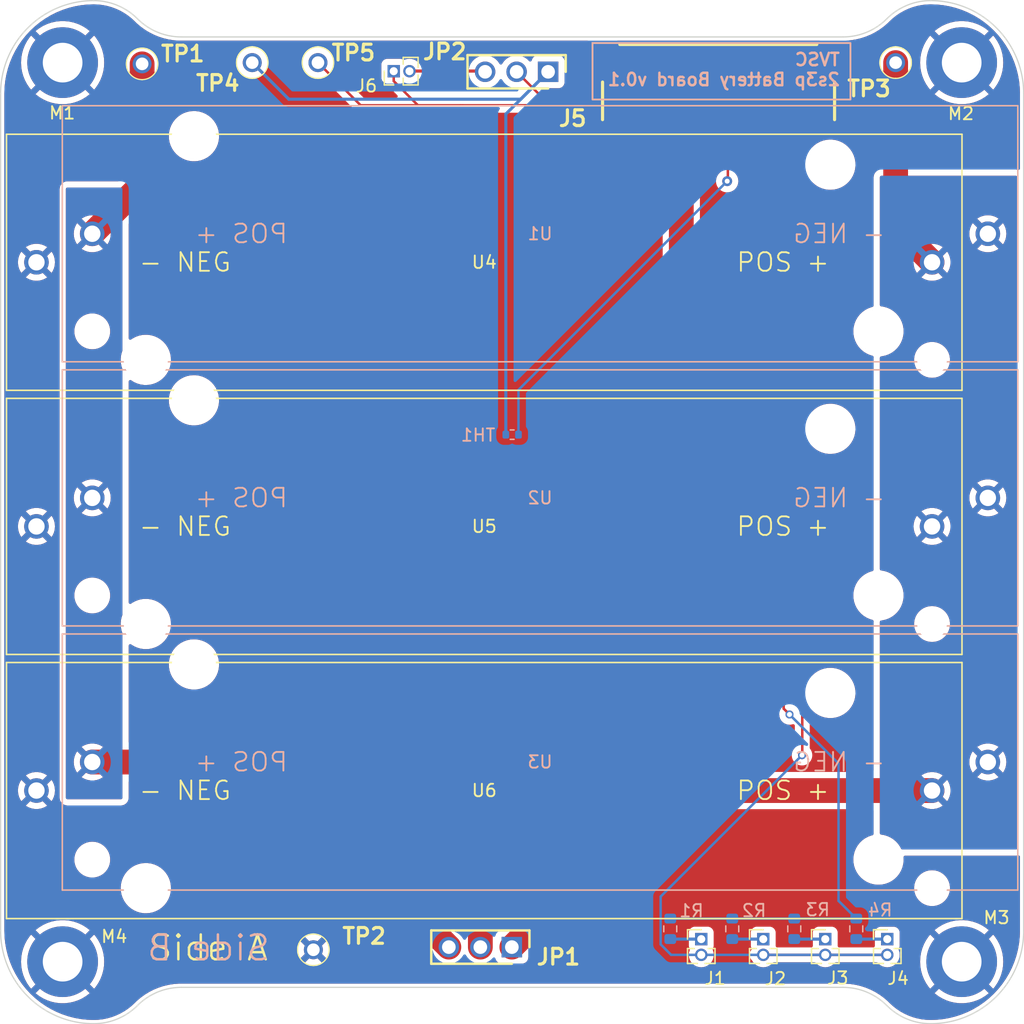
<source format=kicad_pcb>
(kicad_pcb (version 20221018) (generator pcbnew)
  (layers (0 "F.Cu" signal) (31 "B.Cu" signal) (34 "B.Paste" user) (35 "F.Paste" user) (36 "B.SilkS" user "B.Silkscreen") (37 "F.SilkS" user "F.Silkscreen") (38 "B.Mask" user) (39 "F.Mask" user) (44 "Edge.Cuts" user))
  (property "PCB_VERSION" "0.1")
  (net 0 "")
  (net 1 "BATTERY_ID_+")
  (net 2 "BATTERY_-")
  (net 3 "/BATTERY_+_OUTPUT")
  (net 5 "THERMISTOR_-")
  (net 6 "THERMISTOR_+")
  (net 8 "BATTERY_ID_-")
  (net 9 "BATTERY_+")
  (net 10 "BATTERY_MID")
  (net 11 "/THERMISTOR_REAL_+")
  (net 12 "/2S_1.5MHz_SEL")
  (net 13 "/2S_750kHz_SEL")
  (net 14 "/1S_1.5MHz_SEL")
  (net 15 "/1S_750kHz_SEL")
  (net 16 "Net-(J6-Pin_2)")
  (footprint "MountingHole:MountingHole_3.2mm_M3_ISO7380_Pad_TopBottom" (layer "F.Cu") (at 105 127.5)
    (fp_text reference "M4" (at 4.16 -2.03) (layer "F.SilkS"))
    (fp_text value "~")
    (pad "1" thru_hole circle (at 0 0) (size 3.6 3.6) (drill 3.2) (layers "*.Cu" "*.Mask") (net 2 "BATTERY_-"))
    (pad "1" connect circle (at 0 0) (size 5.7 5.7) (layers "F.Cu" "F.Mask") (net 2 "BATTERY_-"))
    (pad "1" connect circle (at 0 0) (size 5.7 5.7) (layers "B.Cu" "B.Mask") (net 2 "BATTERY_-"))
  )
  (footprint "MountingHole:MountingHole_3.2mm_M3_ISO7380_Pad_TopBottom" (layer "F.Cu") (at 177.5 55)
    (fp_text reference "M2" (at -0.06 4.11) (layer "F.SilkS"))
    (fp_text value "~")
    (pad "1" thru_hole circle (at 0 0) (size 3.6 3.6) (drill 3.2) (layers "*.Cu" "*.Mask") (net 2 "BATTERY_-"))
    (pad "1" connect circle (at 0 0) (size 5.7 5.7) (layers "F.Cu" "F.Mask") (net 2 "BATTERY_-"))
    (pad "1" connect circle (at 0 0) (size 5.7 5.7) (layers "B.Cu" "B.Mask") (net 2 "BATTERY_-"))
  )
  (footprint "footprints:Keystone_5002" (layer "F.Cu") (at 125.59 55 -90)
    (fp_text reference "TP5" (at -0.79 -2.86) (layer "F.SilkS") (effects (font (size 1.27 1.27) (thickness 0.254))))
    (fp_text value "White" hide)
    (fp_line (start -1.27 0) (end -1.27 0) (stroke (width 0.1)) (layer "F.SilkS"))
    (fp_line (start 1.27 0) (end 1.27 0) (stroke (width 0.1)) (layer "F.SilkS"))
    (fp_arc (start -1.27 0) (mid 0 -1.27) (end 1.27 0) (stroke (width 0.1)) (layer "F.SilkS"))
    (fp_arc (start 1.27 0) (mid 0 1.27) (end -1.27 0) (stroke (width 0.1)) (layer "F.SilkS"))
    (pad "1" thru_hole circle (at 0 0 270) (size 1.53 1.53) (drill 1.02) (layers "*.Cu" "*.Mask") (net 5 "THERMISTOR_-"))
  )
  (footprint "footprints:Keystone_5002" (layer "F.Cu") (at 120.29 55 -90)
    (fp_text reference "TP4" (at 1.66 2.78) (layer "F.SilkS") (effects (font (size 1.27 1.27) (thickness 0.254))))
    (fp_text value "White" hide)
    (fp_line (start -1.27 0) (end -1.27 0) (stroke (width 0.1)) (layer "F.SilkS"))
    (fp_line (start 1.27 0) (end 1.27 0) (stroke (width 0.1)) (layer "F.SilkS"))
    (fp_arc (start -1.27 0) (mid 0 -1.27) (end 1.27 0) (stroke (width 0.1)) (layer "F.SilkS"))
    (fp_arc (start 1.27 0) (mid 0 1.27) (end -1.27 0) (stroke (width 0.1)) (layer "F.SilkS"))
    (pad "1" thru_hole circle (at 0 0 270) (size 1.53 1.53) (drill 1.02) (layers "*.Cu" "*.Mask") (net 11 "/THERMISTOR_REAL_+"))
  )
  (footprint "footprints:Keystone_5000" (layer "F.Cu") (at 125.22 126.54 90)
    (fp_text reference "TP2" (at 1.1 4.09 180) (layer "F.SilkS") (effects (font (size 1.27 1.27) (thickness 0.254))))
    (fp_text value "Black" hide)
    (fp_line (start -1.27 0) (end -1.27 0) (stroke (width 0.1)) (layer "F.SilkS"))
    (fp_line (start 1.27 0) (end 1.27 0) (stroke (width 0.1)) (layer "F.SilkS"))
    (fp_arc (start -1.27 0) (mid 0 -1.27) (end 1.27 0) (stroke (width 0.1)) (layer "F.SilkS"))
    (fp_arc (start 1.27 0) (mid 0 1.27) (end -1.27 0) (stroke (width 0.1)) (layer "F.SilkS"))
    (pad "1" thru_hole circle (at 0 0 90) (size 1.53 1.53) (drill 1.02) (layers "*.Cu" "*.Mask") (net 2 "BATTERY_-"))
  )
  (footprint "footprints:BAT_1043" (layer "F.Cu") (at 139 113.7)
    (fp_text reference "U6" (at 0 0) (layer "F.SilkS"))
    (fp_text value "1043")
    (fp_text user "- NEG" (at -27.94 0 unlocked) (layer "F.SilkS") (effects (font (size 1.5 1.5)) (justify left)))
    (fp_text user "POS +" (at 27.94 0 unlocked) (layer "F.SilkS") (effects (font (size 1.5 1.5)) (justify right)))
    (fp_line (start -38.525 -10.325) (end -38.525 10.325) (stroke (width 0.127)) (layer "F.SilkS"))
    (fp_line (start -38.525 10.325) (end 38.525 10.325) (stroke (width 0.127)) (layer "F.SilkS"))
    (fp_line (start 38.525 -10.325) (end -38.525 -10.325) (stroke (width 0.127)) (layer "F.SilkS"))
    (fp_line (start 38.525 10.325) (end 38.525 -10.325) (stroke (width 0.127)) (layer "F.SilkS"))
    (pad "" np_thru_hole circle (at -27.29 7.87) (size 3.55 3.55) (drill 3.55) (layers "*.Cu" "*.Mask"))
    (pad "" np_thru_hole circle (at 27.91 -7.87) (size 3.55 3.55) (drill 3.55) (layers "*.Cu" "*.Mask"))
    (pad "" np_thru_hole circle (at 36.11 7.87) (size 2.39 2.39) (drill 2.39) (layers "*.Cu" "*.Mask"))
    (pad "N" thru_hole circle (at -36.11 0) (size 1.98 1.98) (drill 1.32) (layers "*.Cu" "*.Mask") (net 2 "BATTERY_-"))
    (pad "P" thru_hole circle (at 36.11 0) (size 1.98 1.98) (drill 1.32) (layers "*.Cu" "*.Mask") (net 10 "BATTERY_MID"))
  )
  (footprint "MountingHole:MountingHole_3.2mm_M3_ISO7380_Pad_TopBottom" (layer "F.Cu") (at 177.5 127.5)
    (fp_text reference "M3" (at 2.81 -3.55) (layer "F.SilkS"))
    (fp_text value "~")
    (pad "1" thru_hole circle (at 0 0) (size 3.6 3.6) (drill 3.2) (layers "*.Cu" "*.Mask") (net 2 "BATTERY_-"))
    (pad "1" connect circle (at 0 0) (size 5.7 5.7) (layers "F.Cu" "F.Mask") (net 2 "BATTERY_-"))
    (pad "1" connect circle (at 0 0) (size 5.7 5.7) (layers "B.Cu" "B.Mask") (net 2 "BATTERY_-"))
  )
  (footprint "footprints:Keystone_5002" (layer "F.Cu") (at 172.175 55 -90)
    (fp_text reference "TP3" (at 2.1 2.145 -180) (layer "F.SilkS") (effects (font (size 1.27 1.27) (thickness 0.254))))
    (fp_text value "White" hide)
    (fp_line (start -1.27 0) (end -1.27 0) (stroke (width 0.1)) (layer "F.SilkS"))
    (fp_line (start 1.27 0) (end 1.27 0) (stroke (width 0.1)) (layer "F.SilkS"))
    (fp_arc (start -1.27 0) (mid 0 -1.27) (end 1.27 0) (stroke (width 0.1)) (layer "F.SilkS"))
    (fp_arc (start 1.27 0) (mid 0 1.27) (end -1.27 0) (stroke (width 0.1)) (layer "F.SilkS"))
    (pad "1" thru_hole circle (at 0 0 270) (size 1.53 1.53) (drill 1.02) (layers "*.Cu" "*.Mask") (net 10 "BATTERY_MID"))
  )
  (footprint "Connector_PinHeader_1.27mm:PinHeader_1x02_P1.27mm_Vertical" (layer "F.Cu") (at 171.5 125.68)
    (fp_text reference "J4" (at 0.87 3.17) (layer "F.SilkS"))
    (fp_text value "2-pin Header" hide)
    (fp_line (start -1.11 -0.76) (end 0 -0.76) (stroke (width 0.12)) (layer "F.SilkS"))
    (fp_line (start -1.11 0) (end -1.11 -0.76) (stroke (width 0.12)) (layer "F.SilkS"))
    (fp_line (start -1.11 0.76) (end -1.11 1.965) (stroke (width 0.12)) (layer "F.SilkS"))
    (fp_line (start -1.11 0.76) (end -0.563471 0.76) (stroke (width 0.12)) (layer "F.SilkS"))
    (fp_line (start -1.11 1.965) (end -0.30753 1.965) (stroke (width 0.12)) (layer "F.SilkS"))
    (fp_line (start 0.30753 1.965) (end 1.11 1.965) (stroke (width 0.12)) (layer "F.SilkS"))
    (fp_line (start 0.563471 0.76) (end 1.11 0.76) (stroke (width 0.12)) (layer "F.SilkS"))
    (fp_line (start 1.11 0.76) (end 1.11 1.965) (stroke (width 0.12)) (layer "F.SilkS"))
    (pad "1" thru_hole rect (at 0 0) (size 1 1) (drill 0.65) (layers "*.Cu" "*.Mask") (net 15 "/1S_750kHz_SEL"))
    (pad "2" thru_hole oval (at 0 1.27) (size 1 1) (drill 0.65) (layers "*.Cu" "*.Mask") (net 1 "BATTERY_ID_+"))
  )
  (footprint "footprints:HDRV3W64P0X254_1X3_762X254X869P" (layer "F.Cu") (at 144.15 55.74 180)
    (fp_text reference "JP2" (at 8.34 1.62 180) (layer "F.SilkS") (effects (font (size 1.27 1.27) (thickness 0.254))))
    (fp_text value "Conn_01x03" hide)
    (fp_line (start -1.42 0) (end -1.42 1.345) (stroke (width 0.2)) (layer "F.SilkS"))
    (fp_line (start -1.42 1.345) (end 6.5 1.345) (stroke (width 0.2)) (layer "F.SilkS"))
    (fp_line (start 6.5 -1.345) (end 0 -1.345) (stroke (width 0.2)) (layer "F.SilkS"))
    (fp_line (start 6.5 1.345) (end 6.5 -1.345) (stroke (width 0.2)) (layer "F.SilkS"))
    (pad "1" thru_hole rect (at 0 0 180) (size 1.65 1.65) (drill 1.1) (layers "*.Cu" "*.Mask") (net 11 "/THERMISTOR_REAL_+"))
    (pad "2" thru_hole circle (at 2.54 0 180) (size 1.65 1.65) (drill 1.1) (layers "*.Cu" "*.Mask") (net 6 "THERMISTOR_+"))
    (pad "3" thru_hole circle (at 5.08 0 180) (size 1.65 1.65) (drill 1.1) (layers "*.Cu" "*.Mask") (net 16 "Net-(J6-Pin_2)"))
  )
  (footprint "footprints:BAT_1043" (layer "F.Cu") (at 139 92.4)
    (fp_text reference "U5" (at 0 0) (layer "F.SilkS"))
    (fp_text value "1043")
    (fp_text user "- NEG" (at -27.94 0 unlocked) (layer "F.SilkS") (effects (font (size 1.5 1.5)) (justify left)))
    (fp_text user "POS +" (at 27.94 0 unlocked) (layer "F.SilkS") (effects (font (size 1.5 1.5)) (justify right)))
    (fp_line (start -38.525 -10.325) (end -38.525 10.325) (stroke (width 0.127)) (layer "F.SilkS"))
    (fp_line (start -38.525 10.325) (end 38.525 10.325) (stroke (width 0.127)) (layer "F.SilkS"))
    (fp_line (start 38.525 -10.325) (end -38.525 -10.325) (stroke (width 0.127)) (layer "F.SilkS"))
    (fp_line (start 38.525 10.325) (end 38.525 -10.325) (stroke (width 0.127)) (layer "F.SilkS"))
    (pad "" np_thru_hole circle (at -27.29 7.87) (size 3.55 3.55) (drill 3.55) (layers "*.Cu" "*.Mask"))
    (pad "" np_thru_hole circle (at 27.91 -7.87) (size 3.55 3.55) (drill 3.55) (layers "*.Cu" "*.Mask"))
    (pad "" np_thru_hole circle (at 36.11 7.87) (size 2.39 2.39) (drill 2.39) (layers "*.Cu" "*.Mask"))
    (pad "N" thru_hole circle (at -36.11 0) (size 1.98 1.98) (drill 1.32) (layers "*.Cu" "*.Mask") (net 2 "BATTERY_-"))
    (pad "P" thru_hole circle (at 36.11 0) (size 1.98 1.98) (drill 1.32) (layers "*.Cu" "*.Mask") (net 10 "BATTERY_MID"))
  )
  (footprint "footprints:HDRV3W64P0X254_1X3_762X254X869P" (layer "F.Cu") (at 141.225 126.325 180)
    (fp_text reference "JP1" (at -3.755 -0.795 180) (layer "F.SilkS") (effects (font (size 1.27 1.27) (thickness 0.254))))
    (fp_text value "Conn_01x03" hide)
    (fp_line (start -1.42 0) (end -1.42 1.345) (stroke (width 0.2)) (layer "F.SilkS"))
    (fp_line (start -1.42 1.345) (end 6.5 1.345) (stroke (width 0.2)) (layer "F.SilkS"))
    (fp_line (start 6.5 -1.345) (end 0 -1.345) (stroke (width 0.2)) (layer "F.SilkS"))
    (fp_line (start 6.5 1.345) (end 6.5 -1.345) (stroke (width 0.2)) (layer "F.SilkS"))
    (pad "1" thru_hole rect (at 0 0 180) (size 1.65 1.65) (drill 1.1) (layers "*.Cu" "*.Mask") (net 10 "BATTERY_MID"))
    (pad "2" thru_hole circle (at 2.54 0 180) (size 1.65 1.65) (drill 1.1) (layers "*.Cu" "*.Mask") (net 3 "/BATTERY_+_OUTPUT"))
    (pad "3" thru_hole circle (at 5.08 0 180) (size 1.65 1.65) (drill 1.1) (layers "*.Cu" "*.Mask") (net 9 "BATTERY_+"))
  )
  (footprint "Connector_PinHeader_1.27mm:PinHeader_1x02_P1.27mm_Vertical" (layer "F.Cu") (at 161.5 125.68)
    (fp_text reference "J2" (at 0.98 3.19) (layer "F.SilkS"))
    (fp_text value "2-pin Header" hide)
    (fp_line (start -1.11 -0.76) (end 0 -0.76) (stroke (width 0.12)) (layer "F.SilkS"))
    (fp_line (start -1.11 0) (end -1.11 -0.76) (stroke (width 0.12)) (layer "F.SilkS"))
    (fp_line (start -1.11 0.76) (end -1.11 1.965) (stroke (width 0.12)) (layer "F.SilkS"))
    (fp_line (start -1.11 0.76) (end -0.563471 0.76) (stroke (width 0.12)) (layer "F.SilkS"))
    (fp_line (start -1.11 1.965) (end -0.30753 1.965) (stroke (width 0.12)) (layer "F.SilkS"))
    (fp_line (start 0.30753 1.965) (end 1.11 1.965) (stroke (width 0.12)) (layer "F.SilkS"))
    (fp_line (start 0.563471 0.76) (end 1.11 0.76) (stroke (width 0.12)) (layer "F.SilkS"))
    (fp_line (start 1.11 0.76) (end 1.11 1.965) (stroke (width 0.12)) (layer "F.SilkS"))
    (pad "1" thru_hole rect (at 0 0) (size 1 1) (drill 0.65) (layers "*.Cu" "*.Mask") (net 13 "/2S_750kHz_SEL"))
    (pad "2" thru_hole oval (at 0 1.27) (size 1 1) (drill 0.65) (layers "*.Cu" "*.Mask") (net 1 "BATTERY_ID_+"))
  )
  (footprint "Connector_PinHeader_1.27mm:PinHeader_1x02_P1.27mm_Vertical" (layer "F.Cu") (at 131.7 55.69 90)
    (fp_text reference "J6" (at -1.19 -2.2 180) (layer "F.SilkS"))
    (fp_text value "2-pin Header" hide)
    (fp_line (start -1.11 -0.76) (end 0 -0.76) (stroke (width 0.12)) (layer "F.SilkS"))
    (fp_line (start -1.11 0) (end -1.11 -0.76) (stroke (width 0.12)) (layer "F.SilkS"))
    (fp_line (start -1.11 0.76) (end -1.11 1.965) (stroke (width 0.12)) (layer "F.SilkS"))
    (fp_line (start -1.11 0.76) (end -0.563471 0.76) (stroke (width 0.12)) (layer "F.SilkS"))
    (fp_line (start -1.11 1.965) (end -0.30753 1.965) (stroke (width 0.12)) (layer "F.SilkS"))
    (fp_line (start 0.30753 1.965) (end 1.11 1.965) (stroke (width 0.12)) (layer "F.SilkS"))
    (fp_line (start 0.563471 0.76) (end 1.11 0.76) (stroke (width 0.12)) (layer "F.SilkS"))
    (fp_line (start 1.11 0.76) (end 1.11 1.965) (stroke (width 0.12)) (layer "F.SilkS"))
    (pad "1" thru_hole rect (at 0 0 90) (size 1 1) (drill 0.65) (layers "*.Cu" "*.Mask") (net 5 "THERMISTOR_-"))
    (pad "2" thru_hole oval (at 0 1.27 90) (size 1 1) (drill 0.65) (layers "*.Cu" "*.Mask") (net 16 "Net-(J6-Pin_2)"))
  )
  (footprint "footprints:504050-1091" (layer "F.Cu") (at 164.645 59.6)
    (fp_text reference "J5" (at -18.515 -0.1) (layer "F.SilkS") (effects (font (size 1.27 1.27) (thickness 0.254))))
    (fp_text value "504050-1091" hide)
    (fp_line (start -16.105 -3.032) (end -16.105 0) (stroke (width 0.254)) (layer "F.SilkS"))
    (fp_line (start -14.712 -6.063) (end 1.17 -6.063) (stroke (width 0.254)) (layer "F.SilkS"))
    (fp_line (start 2.605 -3.032) (end 2.605 0) (stroke (width 0.254)) (layer "F.SilkS"))
    (pad "1" smd rect (at -13.5 0) (size 0.6 1) (layers "F.Cu" "F.Paste" "F.Mask") (net 2 "BATTERY_-"))
    (pad "2" smd rect (at -12 0) (size 0.6 1) (layers "F.Cu" "F.Paste" "F.Mask") (net 2 "BATTERY_-"))
    (pad "3" smd rect (at -10.5 0) (size 0.6 1) (layers "F.Cu" "F.Paste" "F.Mask") (net 3 "/BATTERY_+_OUTPUT"))
    (pad "4" smd rect (at -9 0) (size 0.6 1) (layers "F.Cu" "F.Paste" "F.Mask") (net 3 "/BATTERY_+_OUTPUT"))
    (pad "5" smd rect (at -7.5 0) (size 0.6 1) (layers "F.Cu" "F.Paste" "F.Mask"))
    (pad "6" smd rect (at -6 0) (size 0.6 1) (layers "F.Cu" "F.Paste" "F.Mask") (net 5 "THERMISTOR_-"))
    (pad "7" smd rect (at -4.5 0) (size 0.6 1) (layers "F.Cu" "F.Paste" "F.Mask") (net 6 "THERMISTOR_+"))
    (pad "8" smd rect (at -3 0) (size 0.6 1) (layers "F.Cu" "F.Paste" "F.Mask"))
    (pad "9" smd rect (at -1.5 0) (size 0.6 1) (layers "F.Cu" "F.Paste" "F.Mask") (net 8 "BATTERY_ID_-"))
    (pad "10" smd rect (at 0 0) (size 0.6 1) (layers "F.Cu" "F.Paste" "F.Mask") (net 1 "BATTERY_ID_+"))
    (pad "11" smd rect (at 2.605 -5.19) (size 1.25 1.8) (layers "F.Cu" "F.Paste" "F.Mask") (net 2 "BATTERY_-"))
    (pad "12" smd rect (at -16.105 -5.19) (size 1.25 1.8) (layers "F.Cu" "F.Paste" "F.Mask") (net 2 "BATTERY_-"))
  )
  (footprint "Connector_PinHeader_1.27mm:PinHeader_1x02_P1.27mm_Vertical" (layer "F.Cu") (at 156.5 125.68)
    (fp_text reference "J1" (at 1.12 3.17) (layer "F.SilkS"))
    (fp_text value "2-pin Header" hide)
    (fp_line (start -1.11 -0.76) (end 0 -0.76) (stroke (width 0.12)) (layer "F.SilkS"))
    (fp_line (start -1.11 0) (end -1.11 -0.76) (stroke (width 0.12)) (layer "F.SilkS"))
    (fp_line (start -1.11 0.76) (end -1.11 1.965) (stroke (width 0.12)) (layer "F.SilkS"))
    (fp_line (start -1.11 0.76) (end -0.563471 0.76) (stroke (width 0.12)) (layer "F.SilkS"))
    (fp_line (start -1.11 1.965) (end -0.30753 1.965) (stroke (width 0.12)) (layer "F.SilkS"))
    (fp_line (start 0.30753 1.965) (end 1.11 1.965) (stroke (width 0.12)) (layer "F.SilkS"))
    (fp_line (start 0.563471 0.76) (end 1.11 0.76) (stroke (width 0.12)) (layer "F.SilkS"))
    (fp_line (start 1.11 0.76) (end 1.11 1.965) (stroke (width 0.12)) (layer "F.SilkS"))
    (pad "1" thru_hole rect (at 0 0) (size 1 1) (drill 0.65) (layers "*.Cu" "*.Mask") (net 12 "/2S_1.5MHz_SEL"))
    (pad "2" thru_hole oval (at 0 1.27) (size 1 1) (drill 0.65) (layers "*.Cu" "*.Mask") (net 1 "BATTERY_ID_+"))
  )
  (footprint "footprints:Keystone_5000" (layer "F.Cu") (at 111.41 55.1 -90)
    (fp_text reference "TP1" (at -0.81 -3.28) (layer "F.SilkS") (effects (font (size 1.27 1.27) (thickness 0.254))))
    (fp_text value "Red" hide)
    (fp_line (start -1.27 0) (end -1.27 0) (stroke (width 0.1)) (layer "F.SilkS"))
    (fp_line (start 1.27 0) (end 1.27 0) (stroke (width 0.1)) (layer "F.SilkS"))
    (fp_arc (start -1.27 0) (mid 0 -1.27) (end 1.27 0) (stroke (width 0.1)) (layer "F.SilkS"))
    (fp_arc (start 1.27 0) (mid 0 1.27) (end -1.27 0) (stroke (width 0.1)) (layer "F.SilkS"))
    (pad "1" thru_hole circle (at 0 0 270) (size 1.53 1.53) (drill 1.02) (layers "*.Cu" "*.Mask") (net 9 "BATTERY_+"))
  )
  (footprint "Connector_PinHeader_1.27mm:PinHeader_1x02_P1.27mm_Vertical" (layer "F.Cu") (at 166.5 125.68)
    (fp_text reference "J3" (at 1.01 3.14) (layer "F.SilkS"))
    (fp_text value "2-pin Header" hide)
    (fp_line (start -1.11 -0.76) (end 0 -0.76) (stroke (width 0.12)) (layer "F.SilkS"))
    (fp_line (start -1.11 0) (end -1.11 -0.76) (stroke (width 0.12)) (layer "F.SilkS"))
    (fp_line (start -1.11 0.76) (end -1.11 1.965) (stroke (width 0.12)) (layer "F.SilkS"))
    (fp_line (start -1.11 0.76) (end -0.563471 0.76) (stroke (width 0.12)) (layer "F.SilkS"))
    (fp_line (start -1.11 1.965) (end -0.30753 1.965) (stroke (width 0.12)) (layer "F.SilkS"))
    (fp_line (start 0.30753 1.965) (end 1.11 1.965) (stroke (width 0.12)) (layer "F.SilkS"))
    (fp_line (start 0.563471 0.76) (end 1.11 0.76) (stroke (width 0.12)) (layer "F.SilkS"))
    (fp_line (start 1.11 0.76) (end 1.11 1.965) (stroke (width 0.12)) (layer "F.SilkS"))
    (pad "1" thru_hole rect (at 0 0) (size 1 1) (drill 0.65) (layers "*.Cu" "*.Mask") (net 14 "/1S_1.5MHz_SEL"))
    (pad "2" thru_hole oval (at 0 1.27) (size 1 1) (drill 0.65) (layers "*.Cu" "*.Mask") (net 1 "BATTERY_ID_+"))
  )
  (footprint "MountingHole:MountingHole_3.2mm_M3_ISO7380_Pad_TopBottom" (layer "F.Cu") (at 105 55)
    (fp_text reference "M1" (at -0.04 4.06) (layer "F.SilkS"))
    (fp_text value "~")
    (pad "1" thru_hole circle (at 0 0) (size 3.6 3.6) (drill 3.2) (layers "*.Cu" "*.Mask") (net 2 "BATTERY_-"))
    (pad "1" connect circle (at 0 0) (size 5.7 5.7) (layers "F.Cu" "F.Mask") (net 2 "BATTERY_-"))
    (pad "1" connect circle (at 0 0) (size 5.7 5.7) (layers "B.Cu" "B.Mask") (net 2 "BATTERY_-"))
  )
  (footprint "footprints:BAT_1043" (layer "F.Cu") (at 139 71.1)
    (fp_text reference "U4" (at 0 0) (layer "F.SilkS"))
    (fp_text value "1043")
    (fp_text user "- NEG" (at -27.94 0 unlocked) (layer "F.SilkS") (effects (font (size 1.5 1.5)) (justify left)))
    (fp_text user "POS +" (at 27.94 0 unlocked) (layer "F.SilkS") (effects (font (size 1.5 1.5)) (justify right)))
    (fp_line (start -38.525 -10.325) (end -38.525 10.325) (stroke (width 0.127)) (layer "F.SilkS"))
    (fp_line (start -38.525 10.325) (end 38.525 10.325) (stroke (width 0.127)) (layer "F.SilkS"))
    (fp_line (start 38.525 -10.325) (end -38.525 -10.325) (stroke (width 0.127)) (layer "F.SilkS"))
    (fp_line (start 38.525 10.325) (end 38.525 -10.325) (stroke (width 0.127)) (layer "F.SilkS"))
    (pad "" np_thru_hole circle (at -27.29 7.87) (size 3.55 3.55) (drill 3.55) (layers "*.Cu" "*.Mask"))
    (pad "" np_thru_hole circle (at 27.91 -7.87) (size 3.55 3.55) (drill 3.55) (layers "*.Cu" "*.Mask"))
    (pad "" np_thru_hole circle (at 36.11 7.87) (size 2.39 2.39) (drill 2.39) (layers "*.Cu" "*.Mask"))
    (pad "N" thru_hole circle (at -36.11 0) (size 1.98 1.98) (drill 1.32) (layers "*.Cu" "*.Mask") (net 2 "BATTERY_-"))
    (pad "P" thru_hole circle (at 36.11 0) (size 1.98 1.98) (drill 1.32) (layers "*.Cu" "*.Mask") (net 10 "BATTERY_MID"))
  )
  (footprint "Resistor_SMD:R_0603_1608Metric" (layer "B.Cu") (at 164 124.85 90)
    (fp_text reference "R3" (at 1.54 1.89) (layer "B.SilkS") (effects (justify mirror)))
    (fp_text value "3.0k")
    (fp_line (start -0.237258 -0.5225) (end 0.237258 -0.5225) (stroke (width 0.12)) (layer "B.SilkS"))
    (fp_line (start -0.237258 0.5225) (end 0.237258 0.5225) (stroke (width 0.12)) (layer "B.SilkS"))
    (pad "1" smd roundrect (at -0.825 0 90) (size 0.8 0.95) (layers "B.Cu" "B.Paste" "B.Mask") (net 14 "/1S_1.5MHz_SEL"))
    (pad "2" smd roundrect (at 0.825 0 90) (size 0.8 0.95) (layers "B.Cu" "B.Paste" "B.Mask") (net 8 "BATTERY_ID_-"))
  )
  (footprint "footprints:BAT_1043" (layer "B.Cu") (at 143.5 90.1 180)
    (fp_text reference "U2" (at 0 0) (layer "B.SilkS") (effects (justify mirror)))
    (fp_text value "1043")
    (fp_text user "POS +" (at 27.94 0 unlocked) (layer "B.SilkS") (effects (font (size 1.5 1.5)) (justify right mirror)))
    (fp_text user "- NEG" (at -27.94 0 unlocked) (layer "B.SilkS") (effects (font (size 1.5 1.5)) (justify left mirror)))
    (fp_line (start -38.525 -10.325) (end 38.525 -10.325) (stroke (width 0.127)) (layer "B.SilkS"))
    (fp_line (start -38.525 10.325) (end -38.525 -10.325) (stroke (width 0.127)) (layer "B.SilkS"))
    (fp_line (start 38.525 -10.325) (end 38.525 10.325) (stroke (width 0.127)) (layer "B.SilkS"))
    (fp_line (start 38.525 10.325) (end -38.525 10.325) (stroke (width 0.127)) (layer "B.SilkS"))
    (pad "" np_thru_hole circle (at -27.29 -7.87 180) (size 3.55 3.55) (drill 3.55) (layers "*.Cu" "*.Mask"))
    (pad "" np_thru_hole circle (at 27.91 7.87 180) (size 3.55 3.55) (drill 3.55) (layers "*.Cu" "*.Mask"))
    (pad "" np_thru_hole circle (at 36.11 -7.87 180) (size 2.39 2.39) (drill 2.39) (layers "*.Cu" "*.Mask"))
    (pad "N" thru_hole circle (at -36.11 0 180) (size 1.98 1.98) (drill 1.32) (layers "*.Cu" "*.Mask") (net 10 "BATTERY_MID"))
    (pad "P" thru_hole circle (at 36.11 0 180) (size 1.98 1.98) (drill 1.32) (layers "*.Cu" "*.Mask") (net 9 "BATTERY_+"))
  )
  (footprint "Resistor_SMD:R_0603_1608Metric" (layer "B.Cu") (at 154 124.85 90)
    (fp_text reference "R1" (at 1.45 1.71) (layer "B.SilkS") (effects (justify mirror)))
    (fp_text value "6.04k")
    (fp_line (start -0.237258 -0.5225) (end 0.237258 -0.5225) (stroke (width 0.12)) (layer "B.SilkS"))
    (fp_line (start -0.237258 0.5225) (end 0.237258 0.5225) (stroke (width 0.12)) (layer "B.SilkS"))
    (pad "1" smd roundrect (at -0.825 0 90) (size 0.8 0.95) (layers "B.Cu" "B.Paste" "B.Mask") (net 12 "/2S_1.5MHz_SEL"))
    (pad "2" smd roundrect (at 0.825 0 90) (size 0.8 0.95) (layers "B.Cu" "B.Paste" "B.Mask") (net 8 "BATTERY_ID_-"))
  )
  (footprint "Resistor_SMD:R_0603_1608Metric" (layer "B.Cu") (at 159 124.85 90)
    (fp_text reference "R2" (at 1.47 1.76) (layer "B.SilkS") (effects (justify mirror)))
    (fp_text value "8.2k")
    (fp_line (start -0.237258 -0.5225) (end 0.237258 -0.5225) (stroke (width 0.12)) (layer "B.SilkS"))
    (fp_line (start -0.237258 0.5225) (end 0.237258 0.5225) (stroke (width 0.12)) (layer "B.SilkS"))
    (pad "1" smd roundrect (at -0.825 0 90) (size 0.8 0.95) (layers "B.Cu" "B.Paste" "B.Mask") (net 13 "/2S_750kHz_SEL"))
    (pad "2" smd roundrect (at 0.825 0 90) (size 0.8 0.95) (layers "B.Cu" "B.Paste" "B.Mask") (net 8 "BATTERY_ID_-"))
  )
  (footprint "Resistor_SMD:R_0402_1005Metric" (layer "B.Cu") (at 141.25 85)
    (fp_text reference "TH1" (at -2.75 0.04) (layer "B.SilkS") (effects (justify mirror)))
    (fp_text value "10k NTC")
    (fp_line (start -0.153641 -0.38) (end 0.153641 -0.38) (stroke (width 0.12)) (layer "B.SilkS"))
    (fp_line (start -0.153641 0.38) (end 0.153641 0.38) (stroke (width 0.12)) (layer "B.SilkS"))
    (pad "1" smd roundrect (at -0.51 0) (size 0.54 0.64) (layers "B.Cu" "B.Paste" "B.Mask") (net 11 "/THERMISTOR_REAL_+"))
    (pad "2" smd roundrect (at 0.51 0) (size 0.54 0.64) (layers "B.Cu" "B.Paste" "B.Mask") (net 5 "THERMISTOR_-"))
  )
  (footprint "Resistor_SMD:R_0603_1608Metric" (layer "B.Cu") (at 169 124.85 90)
    (fp_text reference "R4" (at 1.51 1.93 180) (layer "B.SilkS") (effects (justify mirror)))
    (fp_text value "4.7k")
    (fp_line (start -0.237258 -0.5225) (end 0.237258 -0.5225) (stroke (width 0.12)) (layer "B.SilkS"))
    (fp_line (start -0.237258 0.5225) (end 0.237258 0.5225) (stroke (width 0.12)) (layer "B.SilkS"))
    (pad "1" smd roundrect (at -0.825 0 90) (size 0.8 0.95) (layers "B.Cu" "B.Paste" "B.Mask") (net 15 "/1S_750kHz_SEL"))
    (pad "2" smd roundrect (at 0.825 0 90) (size 0.8 0.95) (layers "B.Cu" "B.Paste" "B.Mask") (net 8 "BATTERY_ID_-"))
  )
  (footprint "footprints:BAT_1043" (layer "B.Cu") (at 143.5 68.8 180)
    (fp_text reference "U1" (at 0 0) (layer "B.SilkS") (effects (justify mirror)))
    (fp_text value "1043")
    (fp_text user "POS +" (at 27.94 0 unlocked) (layer "B.SilkS") (effects (font (size 1.5 1.5)) (justify right mirror)))
    (fp_text user "- NEG" (at -27.94 0 unlocked) (layer "B.SilkS") (effects (font (size 1.5 1.5)) (justify left mirror)))
    (fp_line (start -38.525 -10.325) (end 38.525 -10.325) (stroke (width 0.127)) (layer "B.SilkS"))
    (fp_line (start -38.525 10.325) (end -38.525 -10.325) (stroke (width 0.127)) (layer "B.SilkS"))
    (fp_line (start 38.525 -10.325) (end 38.525 10.325) (stroke (width 0.127)) (layer "B.SilkS"))
    (fp_line (start 38.525 10.325) (end -38.525 10.325) (stroke (width 0.127)) (layer "B.SilkS"))
    (pad "" np_thru_hole circle (at -27.29 -7.87 180) (size 3.55 3.55) (drill 3.55) (layers "*.Cu" "*.Mask"))
    (pad "" np_thru_hole circle (at 27.91 7.87 180) (size 3.55 3.55) (drill 3.55) (layers "*.Cu" "*.Mask"))
    (pad "" np_thru_hole circle (at 36.11 -7.87 180) (size 2.39 2.39) (drill 2.39) (layers "*.Cu" "*.Mask"))
    (pad "N" thru_hole circle (at -36.11 0 180) (size 1.98 1.98) (drill 1.32) (layers "*.Cu" "*.Mask") (net 10 "BATTERY_MID"))
    (pad "P" thru_hole circle (at 36.11 0 180) (size 1.98 1.98) (drill 1.32) (layers "*.Cu" "*.Mask") (net 9 "BATTERY_+"))
  )
  (footprint "footprints:BAT_1043" (layer "B.Cu") (at 143.5 111.4 180)
    (fp_text reference "U3" (at 0 0) (layer "B.SilkS") (effects (justify mirror)))
    (fp_text value "1043")
    (fp_text user "- NEG" (at -27.94 0 unlocked) (layer "B.SilkS") (effects (font (size 1.5 1.5)) (justify left mirror)))
    (fp_text user "POS +" (at 27.94 0 unlocked) (layer "B.SilkS") (effects (font (size 1.5 1.5)) (justify right mirror)))
    (fp_line (start -38.525 -10.325) (end 38.525 -10.325) (stroke (width 0.127)) (layer "B.SilkS"))
    (fp_line (start -38.525 10.325) (end -38.525 -10.325) (stroke (width 0.127)) (layer "B.SilkS"))
    (fp_line (start 38.525 -10.325) (end 38.525 10.325) (stroke (width 0.127)) (layer "B.SilkS"))
    (fp_line (start 38.525 10.325) (end -38.525 10.325) (stroke (width 0.127)) (layer "B.SilkS"))
    (pad "" np_thru_hole circle (at -27.29 -7.87 180) (size 3.55 3.55) (drill 3.55) (layers "*.Cu" "*.Mask"))
    (pad "" np_thru_hole circle (at 27.91 7.87 180) (size 3.55 3.55) (drill 3.55) (layers "*.Cu" "*.Mask"))
    (pad "" np_thru_hole circle (at 36.11 -7.87 180) (size 2.39 2.39) (drill 2.39) (layers "*.Cu" "*.Mask"))
    (pad "N" thru_hole circle (at -36.11 0 180) (size 1.98 1.98) (drill 1.32) (layers "*.Cu" "*.Mask") (net 10 "BATTERY_MID"))
    (pad "P" thru_hole circle (at 36.11 0 180) (size 1.98 1.98) (drill 1.32) (layers "*.Cu" "*.Mask") (net 9 "BATTERY_+"))
  )
  (gr_arc (start 114.571068 52.928932) (mid 112.657651 52.54833) (end 111.035534 51.464466) (stroke (width 0.1)) (layer "Edge.Cuts"))
  (gr_arc (start 107.5 50) (mid 109.413418 50.380601) (end 111.035534 51.464466) (stroke (width 0.1)) (layer "Edge.Cuts"))
  (gr_arc (start 171.464466 51.464466) (mid 169.842349 52.54833) (end 167.928932 52.928932) (stroke (width 0.1)) (layer "Edge.Cuts"))
  (gr_line (start 182.5 57.5) (end 182.5 125) (stroke (width 0.1)) (layer "Edge.Cuts"))
  (gr_arc (start 182.5 125) (mid 180.303301 130.303301) (end 175 132.5) (stroke (width 0.1)) (layer "Edge.Cuts"))
  (gr_arc (start 111.035534 131.035534) (mid 112.657651 129.951671) (end 114.571068 129.571068) (stroke (width 0.1)) (layer "Edge.Cuts"))
  (gr_arc (start 171.464466 51.464466) (mid 173.086583 50.380602) (end 175 50) (stroke (width 0.1)) (layer "Edge.Cuts"))
  (gr_arc (start 100 57.5) (mid 102.196699 52.196699) (end 107.5 50) (stroke (width 0.1)) (layer "Edge.Cuts"))
  (gr_arc (start 107.5 132.5) (mid 102.196699 130.303301) (end 100 125) (stroke (width 0.1)) (layer "Edge.Cuts"))
  (gr_line (start 100 125) (end 100 57.5) (stroke (width 0.1)) (layer "Edge.Cuts"))
  (gr_arc (start 175 50) (mid 180.303301 52.196699) (end 182.5 57.5) (stroke (width 0.1)) (layer "Edge.Cuts"))
  (gr_arc (start 167.928932 129.571068) (mid 169.84235 129.951669) (end 171.464466 131.035534) (stroke (width 0.1)) (layer "Edge.Cuts"))
  (gr_line (start 114.571068 52.928932) (end 167.928932 52.928932) (stroke (width 0.1)) (layer "Edge.Cuts"))
  (gr_line (start 167.928932 129.571068) (end 114.571068 129.571068) (stroke (width 0.1)) (layer "Edge.Cuts"))
  (gr_arc (start 111.035534 131.035534) (mid 109.413417 132.119398) (end 107.5 132.5) (stroke (width 0.1)) (layer "Edge.Cuts"))
  (gr_arc (start 175 132.5) (mid 173.086583 132.119398) (end 171.464466 131.035534) (stroke (width 0.1)) (layer "Edge.Cuts"))
  (gr_text "Side B" (at 116.76 126.39) (layer "B.SilkS") (effects (font (size 2 2) (thickness 0.2) bold) (justify mirror)))
  (gr_text "Side A" (at 116.76 126.39) (layer "F.SilkS") (effects (font (size 2 2) (thickness 0.2) bold)))
  (gr_text_box "TVSC\n2s3p Battery Board v${PCB_VERSION}\n" (start 147.73 53.42) (end 168.53 57.975) (layer "B.SilkS") (effects (font (size 1 1) (thickness 0.2) bold) (justify left top mirror)) (stroke (width 0.15)))
  (segment (start 164.645 110.83) (end 164.645 59.6) (width 0.2) (layer "F.Cu") (net 1))
  (segment (start 171.5 126.95) (end 161 126.95) (width 0.2) (layer "F.Cu") (net 1))
  (segment (start 164.625 110.85) (end 164.645 110.83) (width 0.2) (layer "F.Cu") (net 1))
  (via (at 164.625 110.85) (size 0.65) (drill 0.4) (layers "F.Cu" "B.Cu") (net 1))
  (segment (start 154.07 126.95) (end 156.5 126.95) (width 0.2) (layer "B.Cu") (net 1))
  (segment (start 171.5 126.95) (end 156.5 126.95) (width 0.2) (layer "B.Cu") (net 1))
  (segment (start 153.225 126.105) (end 154.07 126.95) (width 0.2) (layer "B.Cu") (net 1))
  (segment (start 164.625 110.85) (end 153.225 122.25) (width 0.2) (layer "B.Cu") (net 1))
  (segment (start 153.225 122.25) (end 153.225 126.105) (width 0.2) (layer "B.Cu") (net 1))
  (segment (start 138.685 124.815) (end 138.685 126.325) (width 2) (layer "F.Cu") (net 3))
  (segment (start 154.94 59.155) (end 154.145 59.95) (width 0.6) (layer "F.Cu") (net 3))
  (segment (start 154.94 59.245) (end 155.645 59.95) (width 0.6) (layer "F.Cu") (net 3))
  (segment (start 154.94 59.155) (end 154.94 59.245) (width 0.6) (layer "F.Cu") (net 3))
  (segment (start 154.94 59.74) (end 154.89 59.79) (width 2) (layer "F.Cu") (net 3))
  (segment (start 154.89 108.61) (end 138.685 124.815) (width 2) (layer "F.Cu") (net 3))
  (segment (start 154.89 59.79) (end 154.89 108.61) (width 2) (layer "F.Cu") (net 3))
  (segment (start 157.485 58.44) (end 137.26 58.44) (width 0.2) (layer "F.Cu") (net 5))
  (segment (start 131.7 56.49) (end 133.65 58.44) (width 0.2) (layer "F.Cu") (net 5))
  (segment (start 158.645 59.6) (end 157.485 58.44) (width 0.2) (layer "F.Cu") (net 5))
  (segment (start 158.59 64.56) (end 158.645 64.505) (width 0.2) (layer "F.Cu") (net 5))
  (segment (start 158.645 64.505) (end 158.645 59.6) (width 0.2) (layer "F.Cu") (net 5))
  (segment (start 133.65 58.44) (end 129.03 58.44) (width 0.2) (layer "F.Cu") (net 5))
  (segment (start 131.7 55.69) (end 131.7 56.49) (width 0.2) (layer "F.Cu") (net 5))
  (segment (start 137.09 58.44) (end 133.65 58.44) (width 0.2) (layer "F.Cu") (net 5))
  (segment (start 137.26 58.44) (end 137.09 58.44) (width 0.2) (layer "F.Cu") (net 5))
  (segment (start 129.03 58.44) (end 125.59 55) (width 0.2) (layer "F.Cu") (net 5))
  (via (at 158.59 64.56) (size 0.8) (drill 0.4) (layers "F.Cu" "B.Cu") (net 5))
  (segment (start 141.76 81.39) (end 158.59 64.56) (width 0.2) (layer "B.Cu") (net 5))
  (segment (start 141.76 85) (end 141.76 81.39) (width 0.2) (layer "B.Cu") (net 5))
  (segment (start 158.585 58.04) (end 160.145 59.6) (width 0.2) (layer "F.Cu") (net 6))
  (segment (start 143.91 58.04) (end 158.585 58.04) (width 0.2) (layer "F.Cu") (net 6))
  (segment (start 141.61 55.74) (end 143.91 58.04) (width 0.2) (layer "F.Cu") (net 6))
  (segment (start 163.145 107.095) (end 163.145 59.6) (width 0.2) (layer "F.Cu") (net 8))
  (segment (start 163.615 107.565) (end 163.145 107.095) (width 0.2) (layer "F.Cu") (net 8))
  (via (at 163.615 107.565) (size 0.65) (drill 0.4) (layers "F.Cu" "B.Cu") (net 8))
  (segment (start 167.57 122.595) (end 169 124.025) (width 0.2) (layer "B.Cu") (net 8))
  (segment (start 169 124.025) (end 154 124.025) (width 0.2) (layer "B.Cu") (net 8))
  (segment (start 167.57 111.52) (end 167.57 122.595) (width 0.2) (layer "B.Cu") (net 8))
  (segment (start 163.615 107.565) (end 167.57 111.52) (width 0.2) (layer "B.Cu") (net 8))
  (segment (start 121.22 111.4) (end 107.39 111.4) (width 2) (layer "F.Cu") (net 9))
  (segment (start 111.41 64.78) (end 107.39 68.8) (width 2) (layer "F.Cu") (net 9))
  (segment (start 136.145 126.325) (end 121.22 111.4) (width 2) (layer "F.Cu") (net 9))
  (segment (start 111.41 55.1) (end 111.41 64.78) (width 2) (layer "F.Cu") (net 9))
  (segment (start 172.175 55) (end 172.175 68.165) (width 2) (layer "F.Cu") (net 10))
  (segment (start 172.175 68.165) (end 175.11 71.1) (width 2) (layer "F.Cu") (net 10))
  (segment (start 153.85 113.7) (end 141.225 126.325) (width 2) (layer "F.Cu") (net 10))
  (segment (start 175.11 113.7) (end 153.85 113.7) (width 2) (layer "F.Cu") (net 10))
  (segment (start 144.15 55.74) (end 141.94 57.95) (width 0.25) (layer "B.Cu") (net 11))
  (segment (start 140.74 59.15) (end 144.15 55.74) (width 0.25) (layer "B.Cu") (net 11))
  (segment (start 141.94 57.95) (end 123.24 57.95) (width 0.25) (layer "B.Cu") (net 11))
  (segment (start 123.24 57.95) (end 120.29 55) (width 0.25) (layer "B.Cu") (net 11))
  (segment (start 140.74 85) (end 140.74 59.15) (width 0.25) (layer "B.Cu") (net 11))
  (segment (start 154.005 125.68) (end 154 125.675) (width 0.25) (layer "B.Cu") (net 12))
  (segment (start 156.5 125.68) (end 154.005 125.68) (width 0.25) (layer "B.Cu") (net 12))
  (segment (start 161.5 125.68) (end 159.005 125.68) (width 0.25) (layer "B.Cu") (net 13))
  (segment (start 159.005 125.68) (end 159 125.675) (width 0.25) (layer "B.Cu") (net 13))
  (segment (start 164.005 125.68) (end 164 125.675) (width 0.25) (layer "B.Cu") (net 14))
  (segment (start 166.5 125.68) (end 164.005 125.68) (width 0.25) (layer "B.Cu") (net 14))
  (segment (start 169.005 125.68) (end 169 125.675) (width 0.25) (layer "B.Cu") (net 15))
  (segment (start 171.5 125.68) (end 169.005 125.68) (width 0.25) (layer "B.Cu") (net 15))
  (segment (start 132.98 55.68) (end 139.01 55.68) (width 0.25) (layer "F.Cu") (net 16))
  (segment (start 132.97 55.69) (end 132.98 55.68) (width 0.25) (layer "F.Cu") (net 16))
  (segment (start 139.01 55.68) (end 139.07 55.74) (width 0.25) (layer "F.Cu") (net 16))
  (zone (net 2) (net_name "BATTERY_-") (layers "F&B.Cu") (priority 2) (connect_pads (clearance 0.5)) (min_thickness 0.25) (fill yes (thermal_gap 0.5) (thermal_bridge_width 0.5))
    (polygon (pts (xy 182.5 132.5) (xy 182.5 50) (xy 100 50) (xy 100 132.5)))
  )
  (zone (net 9) (net_name "BATTERY_+") (layers "F&B.Cu") (priority 5) (connect_pads (clearance 0.5)) (min_thickness 0.25) (fill yes (thermal_gap 0.5) (thermal_bridge_width 0.5))
    (polygon (pts (xy 105.26 65.075) (xy 109.825 65.075) (xy 109.825 114.4) (xy 105.26 114.4)))
  )
  (zone (net 10) (net_name "BATTERY_MID") (layers "F&B.Cu") (priority 5) (connect_pads (clearance 0.5)) (min_thickness 0.25) (fill yes (thermal_gap 0.5) (thermal_bridge_width 0.5))
    (polygon (pts (xy 170.9 64.125) (xy 182 64.125) (xy 182 118.45) (xy 170.9 118.45)))
  )
)
</source>
